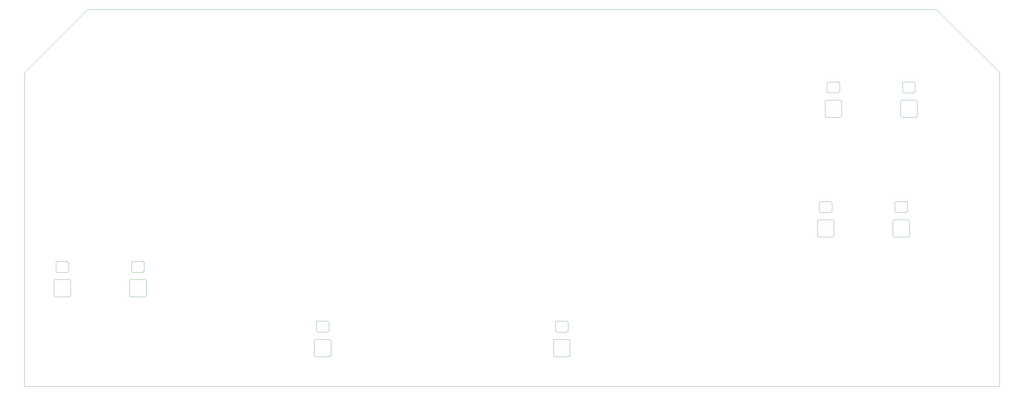
<source format=gbr>
%TF.GenerationSoftware,KiCad,Pcbnew,(6.0.1-0)*%
%TF.CreationDate,2022-09-18T11:43:05-04:00*%
%TF.ProjectId,keeb,6b656562-2e6b-4696-9361-645f70636258,rev?*%
%TF.SameCoordinates,Original*%
%TF.FileFunction,Profile,NP*%
%FSLAX46Y46*%
G04 Gerber Fmt 4.6, Leading zero omitted, Abs format (unit mm)*
G04 Created by KiCad (PCBNEW (6.0.1-0)) date 2022-09-18 11:43:05*
%MOMM*%
%LPD*%
G01*
G04 APERTURE LIST*
%TA.AperFunction,Profile*%
%ADD10C,0.050000*%
%TD*%
%TA.AperFunction,Profile*%
%ADD11C,0.120000*%
%TD*%
G04 APERTURE END LIST*
D10*
X319100000Y14300000D02*
X9100000Y14300000D01*
X29100000Y134300000D02*
X9100000Y114300000D01*
X9100000Y14300000D02*
X9100000Y114300000D01*
X299100000Y134300000D02*
X319100000Y114300000D01*
X29100000Y134300000D02*
X299100000Y134300000D01*
X319100000Y114300000D02*
X319100000Y14300000D01*
D11*
%TO.C,REF\u002A\u002A*%
X23125000Y51150000D02*
X23125000Y53650000D01*
X18475000Y43350000D02*
X18475000Y47850000D01*
X19625000Y50650000D02*
X22625000Y50650000D01*
X47275000Y48350000D02*
X42975000Y48350000D01*
X46625000Y54150000D02*
X43625000Y54150000D01*
X18975000Y48350000D02*
X23275000Y48350000D01*
X23775000Y43350000D02*
X23775000Y47850000D01*
X43125000Y51150000D02*
X43125000Y53650000D01*
X18975000Y42850000D02*
X23275000Y42850000D01*
X47125000Y51150000D02*
X47125000Y53650000D01*
X46625000Y50650000D02*
X43625000Y50650000D01*
X19125000Y51150000D02*
X19125000Y53650000D01*
X47275000Y42850000D02*
X42975000Y42850000D01*
X19625000Y54150000D02*
X22625000Y54150000D01*
X42475000Y43350000D02*
X42475000Y47850000D01*
X47775000Y43350000D02*
X47775000Y47850000D01*
X23275000Y42850000D02*
G75*
G03*
X23775000Y43350000I-1J500001D01*
G01*
X42475000Y43350000D02*
G75*
G03*
X42975000Y42850000I500001J1D01*
G01*
X23125000Y53650000D02*
G75*
G03*
X22625000Y54150000I-500001J-1D01*
G01*
X43125000Y51150000D02*
G75*
G03*
X43625000Y50650000I500001J1D01*
G01*
X23775000Y47850000D02*
G75*
G03*
X23275000Y48350000I-500001J-1D01*
G01*
X47775000Y47850000D02*
G75*
G03*
X47275000Y48350000I-500001J-1D01*
G01*
X47275000Y42850000D02*
G75*
G03*
X47775000Y43350000I-1J500001D01*
G01*
X19125000Y51150000D02*
G75*
G03*
X19625000Y50650000I500001J1D01*
G01*
X46625000Y50650000D02*
G75*
G03*
X47125000Y51150000I-1J500001D01*
G01*
X19625000Y54150000D02*
G75*
G03*
X19125000Y53650000I1J-500001D01*
G01*
X47125000Y53650000D02*
G75*
G03*
X46625000Y54150000I-500001J-1D01*
G01*
X42975000Y48350000D02*
G75*
G03*
X42475000Y47850000I1J-500001D01*
G01*
X22625000Y50650000D02*
G75*
G03*
X23125000Y51150000I-1J500001D01*
G01*
X18475000Y43350000D02*
G75*
G03*
X18975000Y42850000I500001J1D01*
G01*
X18975000Y48350000D02*
G75*
G03*
X18475000Y47850000I1J-500001D01*
G01*
X43625000Y54150000D02*
G75*
G03*
X43125000Y53650000I1J-500001D01*
G01*
X106550000Y24325000D02*
X106550000Y28825000D01*
X177900000Y32125000D02*
X177900000Y34625000D01*
X177250000Y24325000D02*
X177250000Y28825000D01*
X181400000Y31625000D02*
X178400000Y31625000D01*
X182550000Y24325000D02*
X182550000Y28825000D01*
X181900000Y32125000D02*
X181900000Y34625000D01*
X101750000Y29325000D02*
X106050000Y29325000D01*
X182050000Y29325000D02*
X177750000Y29325000D01*
X102400000Y35125000D02*
X105400000Y35125000D01*
X181400000Y35125000D02*
X178400000Y35125000D01*
X101900000Y32125000D02*
X101900000Y34625000D01*
X101250000Y24325000D02*
X101250000Y28825000D01*
X102400000Y31625000D02*
X105400000Y31625000D01*
X105900000Y32125000D02*
X105900000Y34625000D01*
X101750000Y23825000D02*
X106050000Y23825000D01*
X182050000Y23825000D02*
X177750000Y23825000D01*
X106550000Y28825000D02*
G75*
G03*
X106050000Y29325000I-500001J-1D01*
G01*
X105400000Y31625000D02*
G75*
G03*
X105900000Y32125000I-1J500001D01*
G01*
X177750000Y29325000D02*
G75*
G03*
X177250000Y28825000I1J-500001D01*
G01*
X181400000Y31625000D02*
G75*
G03*
X181900000Y32125000I-1J500001D01*
G01*
X177900000Y32125000D02*
G75*
G03*
X178400000Y31625000I500001J1D01*
G01*
X178400000Y35125000D02*
G75*
G03*
X177900000Y34625000I1J-500001D01*
G01*
X101250000Y24325000D02*
G75*
G03*
X101750000Y23825000I500001J1D01*
G01*
X177250000Y24325000D02*
G75*
G03*
X177750000Y23825000I500001J1D01*
G01*
X102400000Y35125000D02*
G75*
G03*
X101900000Y34625000I1J-500001D01*
G01*
X105900000Y34625000D02*
G75*
G03*
X105400000Y35125000I-500001J-1D01*
G01*
X181900000Y34625000D02*
G75*
G03*
X181400000Y35125000I-500001J-1D01*
G01*
X101750000Y29325000D02*
G75*
G03*
X101250000Y28825000I1J-500001D01*
G01*
X182050000Y23825000D02*
G75*
G03*
X182550000Y24325000I-1J500001D01*
G01*
X182550000Y28825000D02*
G75*
G03*
X182050000Y29325000I-500001J-1D01*
G01*
X106050000Y23825000D02*
G75*
G03*
X106550000Y24325000I-1J500001D01*
G01*
X101900000Y32125000D02*
G75*
G03*
X102400000Y31625000I500001J1D01*
G01*
X268250000Y108300000D02*
X268250000Y110800000D01*
X263600000Y100500000D02*
X263600000Y105000000D01*
X264750000Y107800000D02*
X267750000Y107800000D01*
X292400000Y105500000D02*
X288100000Y105500000D01*
X291750000Y111300000D02*
X288750000Y111300000D01*
X264100000Y105500000D02*
X268400000Y105500000D01*
X268900000Y100500000D02*
X268900000Y105000000D01*
X288250000Y108300000D02*
X288250000Y110800000D01*
X264100000Y100000000D02*
X268400000Y100000000D01*
X292250000Y108300000D02*
X292250000Y110800000D01*
X291750000Y107800000D02*
X288750000Y107800000D01*
X264250000Y108300000D02*
X264250000Y110800000D01*
X292400000Y100000000D02*
X288100000Y100000000D01*
X264750000Y111300000D02*
X267750000Y111300000D01*
X287600000Y100500000D02*
X287600000Y105000000D01*
X292900000Y100500000D02*
X292900000Y105000000D01*
X268400000Y100000000D02*
G75*
G03*
X268900000Y100500000I-1J500001D01*
G01*
X287600000Y100500000D02*
G75*
G03*
X288100000Y100000000I500001J1D01*
G01*
X268250000Y110800000D02*
G75*
G03*
X267750000Y111300000I-500001J-1D01*
G01*
X288250000Y108300000D02*
G75*
G03*
X288750000Y107800000I500001J1D01*
G01*
X268900000Y105000000D02*
G75*
G03*
X268400000Y105500000I-500001J-1D01*
G01*
X292900000Y105000000D02*
G75*
G03*
X292400000Y105500000I-500001J-1D01*
G01*
X292400000Y100000000D02*
G75*
G03*
X292900000Y100500000I-1J500001D01*
G01*
X264250000Y108300000D02*
G75*
G03*
X264750000Y107800000I500001J1D01*
G01*
X291750000Y107800000D02*
G75*
G03*
X292250000Y108300000I-1J500001D01*
G01*
X264750000Y111300000D02*
G75*
G03*
X264250000Y110800000I1J-500001D01*
G01*
X292250000Y110800000D02*
G75*
G03*
X291750000Y111300000I-500001J-1D01*
G01*
X288100000Y105500000D02*
G75*
G03*
X287600000Y105000000I1J-500001D01*
G01*
X267750000Y107800000D02*
G75*
G03*
X268250000Y108300000I-1J500001D01*
G01*
X263600000Y100500000D02*
G75*
G03*
X264100000Y100000000I500001J1D01*
G01*
X264100000Y105500000D02*
G75*
G03*
X263600000Y105000000I1J-500001D01*
G01*
X288750000Y111300000D02*
G75*
G03*
X288250000Y110800000I1J-500001D01*
G01*
X265800000Y70175000D02*
X265800000Y72675000D01*
X261150000Y62375000D02*
X261150000Y66875000D01*
X262300000Y69675000D02*
X265300000Y69675000D01*
X289950000Y67375000D02*
X285650000Y67375000D01*
X289300000Y73175000D02*
X286300000Y73175000D01*
X261650000Y67375000D02*
X265950000Y67375000D01*
X266450000Y62375000D02*
X266450000Y66875000D01*
X285800000Y70175000D02*
X285800000Y72675000D01*
X261650000Y61875000D02*
X265950000Y61875000D01*
X289800000Y70175000D02*
X289800000Y72675000D01*
X289300000Y69675000D02*
X286300000Y69675000D01*
X261800000Y70175000D02*
X261800000Y72675000D01*
X289950000Y61875000D02*
X285650000Y61875000D01*
X262300000Y73175000D02*
X265300000Y73175000D01*
X285150000Y62375000D02*
X285150000Y66875000D01*
X290450000Y62375000D02*
X290450000Y66875000D01*
X265950000Y61875000D02*
G75*
G03*
X266450000Y62375000I-1J500001D01*
G01*
X285150000Y62375000D02*
G75*
G03*
X285650000Y61875000I500001J1D01*
G01*
X265800000Y72675000D02*
G75*
G03*
X265300000Y73175000I-500001J-1D01*
G01*
X285800000Y70175000D02*
G75*
G03*
X286300000Y69675000I500001J1D01*
G01*
X266450000Y66875000D02*
G75*
G03*
X265950000Y67375000I-500001J-1D01*
G01*
X290450000Y66875000D02*
G75*
G03*
X289950000Y67375000I-500001J-1D01*
G01*
X289950000Y61875000D02*
G75*
G03*
X290450000Y62375000I-1J500001D01*
G01*
X261800000Y70175000D02*
G75*
G03*
X262300000Y69675000I500001J1D01*
G01*
X289300000Y69675000D02*
G75*
G03*
X289800000Y70175000I-1J500001D01*
G01*
X262300000Y73175000D02*
G75*
G03*
X261800000Y72675000I1J-500001D01*
G01*
X289800000Y72675000D02*
G75*
G03*
X289300000Y73175000I-500001J-1D01*
G01*
X285650000Y67375000D02*
G75*
G03*
X285150000Y66875000I1J-500001D01*
G01*
X265300000Y69675000D02*
G75*
G03*
X265800000Y70175000I-1J500001D01*
G01*
X261150000Y62375000D02*
G75*
G03*
X261650000Y61875000I500001J1D01*
G01*
X261650000Y67375000D02*
G75*
G03*
X261150000Y66875000I1J-500001D01*
G01*
X286300000Y73175000D02*
G75*
G03*
X285800000Y72675000I1J-500001D01*
G01*
%TD*%
M02*

</source>
